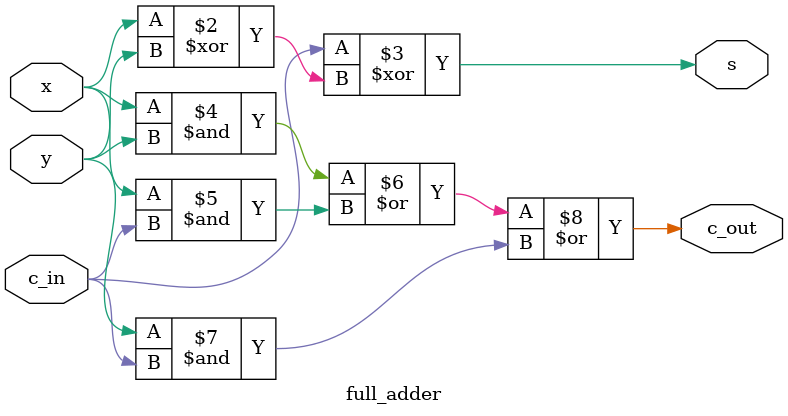
<source format=sv>

module full_adder (
	input logic x, 
	input logic y, 
	input logic c_in, 
	output logic c_out, 
	output logic s
);

	always_comb begin
	
		s = c_in^(x^y);
		c_out = (x&y)|(x&c_in)|(y&c_in);
		
	end
	
endmodule

</source>
